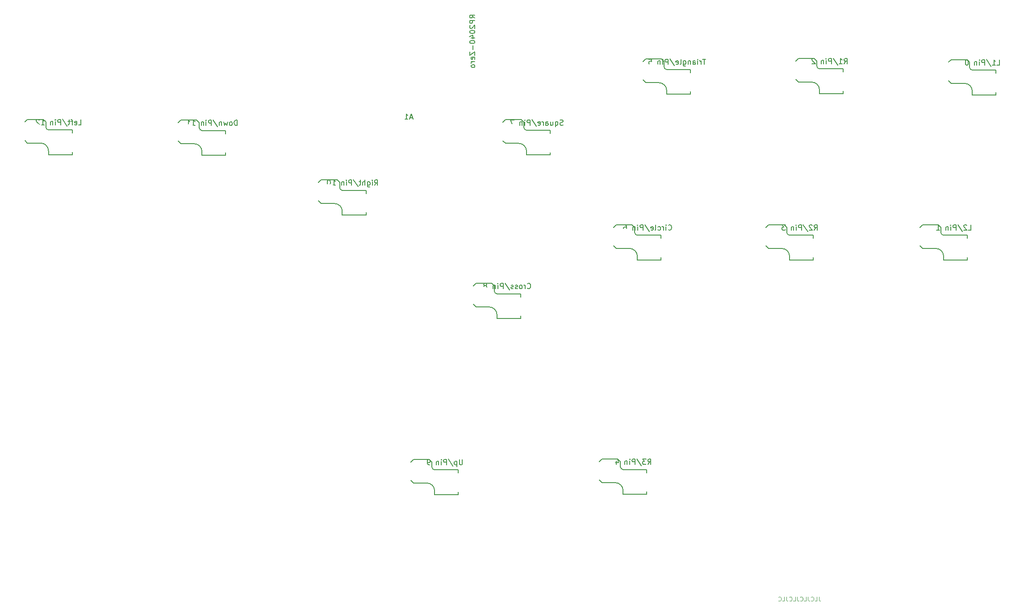
<source format=gbr>
%TF.GenerationSoftware,KiCad,Pcbnew,7.0.6*%
%TF.CreationDate,2024-02-01T15:41:42-05:00*%
%TF.ProjectId,Kolbebox_USB_Passthrough,4b6f6c62-6562-46f7-985f-5553425f5061,rev?*%
%TF.SameCoordinates,Original*%
%TF.FileFunction,Legend,Bot*%
%TF.FilePolarity,Positive*%
%FSLAX46Y46*%
G04 Gerber Fmt 4.6, Leading zero omitted, Abs format (unit mm)*
G04 Created by KiCad (PCBNEW 7.0.6) date 2024-02-01 15:41:42*
%MOMM*%
%LPD*%
G01*
G04 APERTURE LIST*
%ADD10C,0.150000*%
%ADD11C,0.120000*%
%ADD12C,2.000000*%
%ADD13C,3.000000*%
%ADD14C,5.000000*%
%ADD15R,2.600000X2.600000*%
%ADD16C,2.032000*%
%ADD17C,8.000000*%
%ADD18O,2.900000X1.200000*%
G04 APERTURE END LIST*
D10*
X141554819Y-37619047D02*
X141078628Y-37285714D01*
X141554819Y-37047619D02*
X140554819Y-37047619D01*
X140554819Y-37047619D02*
X140554819Y-37428571D01*
X140554819Y-37428571D02*
X140602438Y-37523809D01*
X140602438Y-37523809D02*
X140650057Y-37571428D01*
X140650057Y-37571428D02*
X140745295Y-37619047D01*
X140745295Y-37619047D02*
X140888152Y-37619047D01*
X140888152Y-37619047D02*
X140983390Y-37571428D01*
X140983390Y-37571428D02*
X141031009Y-37523809D01*
X141031009Y-37523809D02*
X141078628Y-37428571D01*
X141078628Y-37428571D02*
X141078628Y-37047619D01*
X141554819Y-38047619D02*
X140554819Y-38047619D01*
X140554819Y-38047619D02*
X140554819Y-38428571D01*
X140554819Y-38428571D02*
X140602438Y-38523809D01*
X140602438Y-38523809D02*
X140650057Y-38571428D01*
X140650057Y-38571428D02*
X140745295Y-38619047D01*
X140745295Y-38619047D02*
X140888152Y-38619047D01*
X140888152Y-38619047D02*
X140983390Y-38571428D01*
X140983390Y-38571428D02*
X141031009Y-38523809D01*
X141031009Y-38523809D02*
X141078628Y-38428571D01*
X141078628Y-38428571D02*
X141078628Y-38047619D01*
X140650057Y-39000000D02*
X140602438Y-39047619D01*
X140602438Y-39047619D02*
X140554819Y-39142857D01*
X140554819Y-39142857D02*
X140554819Y-39380952D01*
X140554819Y-39380952D02*
X140602438Y-39476190D01*
X140602438Y-39476190D02*
X140650057Y-39523809D01*
X140650057Y-39523809D02*
X140745295Y-39571428D01*
X140745295Y-39571428D02*
X140840533Y-39571428D01*
X140840533Y-39571428D02*
X140983390Y-39523809D01*
X140983390Y-39523809D02*
X141554819Y-38952381D01*
X141554819Y-38952381D02*
X141554819Y-39571428D01*
X140554819Y-40190476D02*
X140554819Y-40285714D01*
X140554819Y-40285714D02*
X140602438Y-40380952D01*
X140602438Y-40380952D02*
X140650057Y-40428571D01*
X140650057Y-40428571D02*
X140745295Y-40476190D01*
X140745295Y-40476190D02*
X140935771Y-40523809D01*
X140935771Y-40523809D02*
X141173866Y-40523809D01*
X141173866Y-40523809D02*
X141364342Y-40476190D01*
X141364342Y-40476190D02*
X141459580Y-40428571D01*
X141459580Y-40428571D02*
X141507200Y-40380952D01*
X141507200Y-40380952D02*
X141554819Y-40285714D01*
X141554819Y-40285714D02*
X141554819Y-40190476D01*
X141554819Y-40190476D02*
X141507200Y-40095238D01*
X141507200Y-40095238D02*
X141459580Y-40047619D01*
X141459580Y-40047619D02*
X141364342Y-40000000D01*
X141364342Y-40000000D02*
X141173866Y-39952381D01*
X141173866Y-39952381D02*
X140935771Y-39952381D01*
X140935771Y-39952381D02*
X140745295Y-40000000D01*
X140745295Y-40000000D02*
X140650057Y-40047619D01*
X140650057Y-40047619D02*
X140602438Y-40095238D01*
X140602438Y-40095238D02*
X140554819Y-40190476D01*
X140888152Y-41380952D02*
X141554819Y-41380952D01*
X140507200Y-41142857D02*
X141221485Y-40904762D01*
X141221485Y-40904762D02*
X141221485Y-41523809D01*
X140554819Y-42095238D02*
X140554819Y-42190476D01*
X140554819Y-42190476D02*
X140602438Y-42285714D01*
X140602438Y-42285714D02*
X140650057Y-42333333D01*
X140650057Y-42333333D02*
X140745295Y-42380952D01*
X140745295Y-42380952D02*
X140935771Y-42428571D01*
X140935771Y-42428571D02*
X141173866Y-42428571D01*
X141173866Y-42428571D02*
X141364342Y-42380952D01*
X141364342Y-42380952D02*
X141459580Y-42333333D01*
X141459580Y-42333333D02*
X141507200Y-42285714D01*
X141507200Y-42285714D02*
X141554819Y-42190476D01*
X141554819Y-42190476D02*
X141554819Y-42095238D01*
X141554819Y-42095238D02*
X141507200Y-42000000D01*
X141507200Y-42000000D02*
X141459580Y-41952381D01*
X141459580Y-41952381D02*
X141364342Y-41904762D01*
X141364342Y-41904762D02*
X141173866Y-41857143D01*
X141173866Y-41857143D02*
X140935771Y-41857143D01*
X140935771Y-41857143D02*
X140745295Y-41904762D01*
X140745295Y-41904762D02*
X140650057Y-41952381D01*
X140650057Y-41952381D02*
X140602438Y-42000000D01*
X140602438Y-42000000D02*
X140554819Y-42095238D01*
X141173866Y-42857143D02*
X141173866Y-43619048D01*
X140554819Y-44000000D02*
X140554819Y-44666666D01*
X140554819Y-44666666D02*
X141554819Y-44000000D01*
X141554819Y-44000000D02*
X141554819Y-44666666D01*
X141507200Y-45428571D02*
X141554819Y-45333333D01*
X141554819Y-45333333D02*
X141554819Y-45142857D01*
X141554819Y-45142857D02*
X141507200Y-45047619D01*
X141507200Y-45047619D02*
X141411961Y-45000000D01*
X141411961Y-45000000D02*
X141031009Y-45000000D01*
X141031009Y-45000000D02*
X140935771Y-45047619D01*
X140935771Y-45047619D02*
X140888152Y-45142857D01*
X140888152Y-45142857D02*
X140888152Y-45333333D01*
X140888152Y-45333333D02*
X140935771Y-45428571D01*
X140935771Y-45428571D02*
X141031009Y-45476190D01*
X141031009Y-45476190D02*
X141126247Y-45476190D01*
X141126247Y-45476190D02*
X141221485Y-45000000D01*
X141554819Y-45904762D02*
X140888152Y-45904762D01*
X141078628Y-45904762D02*
X140983390Y-45952381D01*
X140983390Y-45952381D02*
X140935771Y-46000000D01*
X140935771Y-46000000D02*
X140888152Y-46095238D01*
X140888152Y-46095238D02*
X140888152Y-46190476D01*
X141554819Y-46666667D02*
X141507200Y-46571429D01*
X141507200Y-46571429D02*
X141459580Y-46523810D01*
X141459580Y-46523810D02*
X141364342Y-46476191D01*
X141364342Y-46476191D02*
X141078628Y-46476191D01*
X141078628Y-46476191D02*
X140983390Y-46523810D01*
X140983390Y-46523810D02*
X140935771Y-46571429D01*
X140935771Y-46571429D02*
X140888152Y-46666667D01*
X140888152Y-46666667D02*
X140888152Y-46809524D01*
X140888152Y-46809524D02*
X140935771Y-46904762D01*
X140935771Y-46904762D02*
X140983390Y-46952381D01*
X140983390Y-46952381D02*
X141078628Y-47000000D01*
X141078628Y-47000000D02*
X141364342Y-47000000D01*
X141364342Y-47000000D02*
X141459580Y-46952381D01*
X141459580Y-46952381D02*
X141507200Y-46904762D01*
X141507200Y-46904762D02*
X141554819Y-46809524D01*
X141554819Y-46809524D02*
X141554819Y-46666667D01*
D11*
X206775238Y-147473855D02*
X206775238Y-148045283D01*
X206775238Y-148045283D02*
X206813333Y-148159569D01*
X206813333Y-148159569D02*
X206889524Y-148235760D01*
X206889524Y-148235760D02*
X207003809Y-148273855D01*
X207003809Y-148273855D02*
X207080000Y-148273855D01*
X206013333Y-148273855D02*
X206394285Y-148273855D01*
X206394285Y-148273855D02*
X206394285Y-147473855D01*
X205289523Y-148197664D02*
X205327619Y-148235760D01*
X205327619Y-148235760D02*
X205441904Y-148273855D01*
X205441904Y-148273855D02*
X205518095Y-148273855D01*
X205518095Y-148273855D02*
X205632381Y-148235760D01*
X205632381Y-148235760D02*
X205708571Y-148159569D01*
X205708571Y-148159569D02*
X205746666Y-148083379D01*
X205746666Y-148083379D02*
X205784762Y-147930998D01*
X205784762Y-147930998D02*
X205784762Y-147816712D01*
X205784762Y-147816712D02*
X205746666Y-147664331D01*
X205746666Y-147664331D02*
X205708571Y-147588140D01*
X205708571Y-147588140D02*
X205632381Y-147511950D01*
X205632381Y-147511950D02*
X205518095Y-147473855D01*
X205518095Y-147473855D02*
X205441904Y-147473855D01*
X205441904Y-147473855D02*
X205327619Y-147511950D01*
X205327619Y-147511950D02*
X205289523Y-147550045D01*
X204718095Y-147473855D02*
X204718095Y-148045283D01*
X204718095Y-148045283D02*
X204756190Y-148159569D01*
X204756190Y-148159569D02*
X204832381Y-148235760D01*
X204832381Y-148235760D02*
X204946666Y-148273855D01*
X204946666Y-148273855D02*
X205022857Y-148273855D01*
X203956190Y-148273855D02*
X204337142Y-148273855D01*
X204337142Y-148273855D02*
X204337142Y-147473855D01*
X203232380Y-148197664D02*
X203270476Y-148235760D01*
X203270476Y-148235760D02*
X203384761Y-148273855D01*
X203384761Y-148273855D02*
X203460952Y-148273855D01*
X203460952Y-148273855D02*
X203575238Y-148235760D01*
X203575238Y-148235760D02*
X203651428Y-148159569D01*
X203651428Y-148159569D02*
X203689523Y-148083379D01*
X203689523Y-148083379D02*
X203727619Y-147930998D01*
X203727619Y-147930998D02*
X203727619Y-147816712D01*
X203727619Y-147816712D02*
X203689523Y-147664331D01*
X203689523Y-147664331D02*
X203651428Y-147588140D01*
X203651428Y-147588140D02*
X203575238Y-147511950D01*
X203575238Y-147511950D02*
X203460952Y-147473855D01*
X203460952Y-147473855D02*
X203384761Y-147473855D01*
X203384761Y-147473855D02*
X203270476Y-147511950D01*
X203270476Y-147511950D02*
X203232380Y-147550045D01*
X202660952Y-147473855D02*
X202660952Y-148045283D01*
X202660952Y-148045283D02*
X202699047Y-148159569D01*
X202699047Y-148159569D02*
X202775238Y-148235760D01*
X202775238Y-148235760D02*
X202889523Y-148273855D01*
X202889523Y-148273855D02*
X202965714Y-148273855D01*
X201899047Y-148273855D02*
X202279999Y-148273855D01*
X202279999Y-148273855D02*
X202279999Y-147473855D01*
X201175237Y-148197664D02*
X201213333Y-148235760D01*
X201213333Y-148235760D02*
X201327618Y-148273855D01*
X201327618Y-148273855D02*
X201403809Y-148273855D01*
X201403809Y-148273855D02*
X201518095Y-148235760D01*
X201518095Y-148235760D02*
X201594285Y-148159569D01*
X201594285Y-148159569D02*
X201632380Y-148083379D01*
X201632380Y-148083379D02*
X201670476Y-147930998D01*
X201670476Y-147930998D02*
X201670476Y-147816712D01*
X201670476Y-147816712D02*
X201632380Y-147664331D01*
X201632380Y-147664331D02*
X201594285Y-147588140D01*
X201594285Y-147588140D02*
X201518095Y-147511950D01*
X201518095Y-147511950D02*
X201403809Y-147473855D01*
X201403809Y-147473855D02*
X201327618Y-147473855D01*
X201327618Y-147473855D02*
X201213333Y-147511950D01*
X201213333Y-147511950D02*
X201175237Y-147550045D01*
X200603809Y-147473855D02*
X200603809Y-148045283D01*
X200603809Y-148045283D02*
X200641904Y-148159569D01*
X200641904Y-148159569D02*
X200718095Y-148235760D01*
X200718095Y-148235760D02*
X200832380Y-148273855D01*
X200832380Y-148273855D02*
X200908571Y-148273855D01*
X199841904Y-148273855D02*
X200222856Y-148273855D01*
X200222856Y-148273855D02*
X200222856Y-147473855D01*
X199118094Y-148197664D02*
X199156190Y-148235760D01*
X199156190Y-148235760D02*
X199270475Y-148273855D01*
X199270475Y-148273855D02*
X199346666Y-148273855D01*
X199346666Y-148273855D02*
X199460952Y-148235760D01*
X199460952Y-148235760D02*
X199537142Y-148159569D01*
X199537142Y-148159569D02*
X199575237Y-148083379D01*
X199575237Y-148083379D02*
X199613333Y-147930998D01*
X199613333Y-147930998D02*
X199613333Y-147816712D01*
X199613333Y-147816712D02*
X199575237Y-147664331D01*
X199575237Y-147664331D02*
X199537142Y-147588140D01*
X199537142Y-147588140D02*
X199460952Y-147511950D01*
X199460952Y-147511950D02*
X199346666Y-147473855D01*
X199346666Y-147473855D02*
X199270475Y-147473855D01*
X199270475Y-147473855D02*
X199156190Y-147511950D01*
X199156190Y-147511950D02*
X199118094Y-147550045D01*
D10*
X96503094Y-58004819D02*
X96503094Y-57004819D01*
X96503094Y-57004819D02*
X96264999Y-57004819D01*
X96264999Y-57004819D02*
X96122142Y-57052438D01*
X96122142Y-57052438D02*
X96026904Y-57147676D01*
X96026904Y-57147676D02*
X95979285Y-57242914D01*
X95979285Y-57242914D02*
X95931666Y-57433390D01*
X95931666Y-57433390D02*
X95931666Y-57576247D01*
X95931666Y-57576247D02*
X95979285Y-57766723D01*
X95979285Y-57766723D02*
X96026904Y-57861961D01*
X96026904Y-57861961D02*
X96122142Y-57957200D01*
X96122142Y-57957200D02*
X96264999Y-58004819D01*
X96264999Y-58004819D02*
X96503094Y-58004819D01*
X95360237Y-58004819D02*
X95455475Y-57957200D01*
X95455475Y-57957200D02*
X95503094Y-57909580D01*
X95503094Y-57909580D02*
X95550713Y-57814342D01*
X95550713Y-57814342D02*
X95550713Y-57528628D01*
X95550713Y-57528628D02*
X95503094Y-57433390D01*
X95503094Y-57433390D02*
X95455475Y-57385771D01*
X95455475Y-57385771D02*
X95360237Y-57338152D01*
X95360237Y-57338152D02*
X95217380Y-57338152D01*
X95217380Y-57338152D02*
X95122142Y-57385771D01*
X95122142Y-57385771D02*
X95074523Y-57433390D01*
X95074523Y-57433390D02*
X95026904Y-57528628D01*
X95026904Y-57528628D02*
X95026904Y-57814342D01*
X95026904Y-57814342D02*
X95074523Y-57909580D01*
X95074523Y-57909580D02*
X95122142Y-57957200D01*
X95122142Y-57957200D02*
X95217380Y-58004819D01*
X95217380Y-58004819D02*
X95360237Y-58004819D01*
X94693570Y-57338152D02*
X94503094Y-58004819D01*
X94503094Y-58004819D02*
X94312618Y-57528628D01*
X94312618Y-57528628D02*
X94122142Y-58004819D01*
X94122142Y-58004819D02*
X93931666Y-57338152D01*
X93550713Y-57338152D02*
X93550713Y-58004819D01*
X93550713Y-57433390D02*
X93503094Y-57385771D01*
X93503094Y-57385771D02*
X93407856Y-57338152D01*
X93407856Y-57338152D02*
X93264999Y-57338152D01*
X93264999Y-57338152D02*
X93169761Y-57385771D01*
X93169761Y-57385771D02*
X93122142Y-57481009D01*
X93122142Y-57481009D02*
X93122142Y-58004819D01*
X91931666Y-56957200D02*
X92788808Y-58242914D01*
X91598332Y-58004819D02*
X91598332Y-57004819D01*
X91598332Y-57004819D02*
X91217380Y-57004819D01*
X91217380Y-57004819D02*
X91122142Y-57052438D01*
X91122142Y-57052438D02*
X91074523Y-57100057D01*
X91074523Y-57100057D02*
X91026904Y-57195295D01*
X91026904Y-57195295D02*
X91026904Y-57338152D01*
X91026904Y-57338152D02*
X91074523Y-57433390D01*
X91074523Y-57433390D02*
X91122142Y-57481009D01*
X91122142Y-57481009D02*
X91217380Y-57528628D01*
X91217380Y-57528628D02*
X91598332Y-57528628D01*
X90598332Y-58004819D02*
X90598332Y-57338152D01*
X90598332Y-57004819D02*
X90645951Y-57052438D01*
X90645951Y-57052438D02*
X90598332Y-57100057D01*
X90598332Y-57100057D02*
X90550713Y-57052438D01*
X90550713Y-57052438D02*
X90598332Y-57004819D01*
X90598332Y-57004819D02*
X90598332Y-57100057D01*
X90122142Y-57338152D02*
X90122142Y-58004819D01*
X90122142Y-57433390D02*
X90074523Y-57385771D01*
X90074523Y-57385771D02*
X89979285Y-57338152D01*
X89979285Y-57338152D02*
X89836428Y-57338152D01*
X89836428Y-57338152D02*
X89741190Y-57385771D01*
X89741190Y-57385771D02*
X89693571Y-57481009D01*
X89693571Y-57481009D02*
X89693571Y-58004819D01*
X87931666Y-58004819D02*
X88503094Y-58004819D01*
X88217380Y-58004819D02*
X88217380Y-57004819D01*
X88217380Y-57004819D02*
X88312618Y-57147676D01*
X88312618Y-57147676D02*
X88407856Y-57242914D01*
X88407856Y-57242914D02*
X88503094Y-57290533D01*
X86979285Y-58004819D02*
X87550713Y-58004819D01*
X87264999Y-58004819D02*
X87264999Y-57004819D01*
X87264999Y-57004819D02*
X87360237Y-57147676D01*
X87360237Y-57147676D02*
X87455475Y-57242914D01*
X87455475Y-57242914D02*
X87550713Y-57290533D01*
X122531666Y-69354819D02*
X122864999Y-68878628D01*
X123103094Y-69354819D02*
X123103094Y-68354819D01*
X123103094Y-68354819D02*
X122722142Y-68354819D01*
X122722142Y-68354819D02*
X122626904Y-68402438D01*
X122626904Y-68402438D02*
X122579285Y-68450057D01*
X122579285Y-68450057D02*
X122531666Y-68545295D01*
X122531666Y-68545295D02*
X122531666Y-68688152D01*
X122531666Y-68688152D02*
X122579285Y-68783390D01*
X122579285Y-68783390D02*
X122626904Y-68831009D01*
X122626904Y-68831009D02*
X122722142Y-68878628D01*
X122722142Y-68878628D02*
X123103094Y-68878628D01*
X122103094Y-69354819D02*
X122103094Y-68688152D01*
X122103094Y-68354819D02*
X122150713Y-68402438D01*
X122150713Y-68402438D02*
X122103094Y-68450057D01*
X122103094Y-68450057D02*
X122055475Y-68402438D01*
X122055475Y-68402438D02*
X122103094Y-68354819D01*
X122103094Y-68354819D02*
X122103094Y-68450057D01*
X121198333Y-68688152D02*
X121198333Y-69497676D01*
X121198333Y-69497676D02*
X121245952Y-69592914D01*
X121245952Y-69592914D02*
X121293571Y-69640533D01*
X121293571Y-69640533D02*
X121388809Y-69688152D01*
X121388809Y-69688152D02*
X121531666Y-69688152D01*
X121531666Y-69688152D02*
X121626904Y-69640533D01*
X121198333Y-69307200D02*
X121293571Y-69354819D01*
X121293571Y-69354819D02*
X121484047Y-69354819D01*
X121484047Y-69354819D02*
X121579285Y-69307200D01*
X121579285Y-69307200D02*
X121626904Y-69259580D01*
X121626904Y-69259580D02*
X121674523Y-69164342D01*
X121674523Y-69164342D02*
X121674523Y-68878628D01*
X121674523Y-68878628D02*
X121626904Y-68783390D01*
X121626904Y-68783390D02*
X121579285Y-68735771D01*
X121579285Y-68735771D02*
X121484047Y-68688152D01*
X121484047Y-68688152D02*
X121293571Y-68688152D01*
X121293571Y-68688152D02*
X121198333Y-68735771D01*
X120722142Y-69354819D02*
X120722142Y-68354819D01*
X120293571Y-69354819D02*
X120293571Y-68831009D01*
X120293571Y-68831009D02*
X120341190Y-68735771D01*
X120341190Y-68735771D02*
X120436428Y-68688152D01*
X120436428Y-68688152D02*
X120579285Y-68688152D01*
X120579285Y-68688152D02*
X120674523Y-68735771D01*
X120674523Y-68735771D02*
X120722142Y-68783390D01*
X119960237Y-68688152D02*
X119579285Y-68688152D01*
X119817380Y-68354819D02*
X119817380Y-69211961D01*
X119817380Y-69211961D02*
X119769761Y-69307200D01*
X119769761Y-69307200D02*
X119674523Y-69354819D01*
X119674523Y-69354819D02*
X119579285Y-69354819D01*
X118531666Y-68307200D02*
X119388808Y-69592914D01*
X118198332Y-69354819D02*
X118198332Y-68354819D01*
X118198332Y-68354819D02*
X117817380Y-68354819D01*
X117817380Y-68354819D02*
X117722142Y-68402438D01*
X117722142Y-68402438D02*
X117674523Y-68450057D01*
X117674523Y-68450057D02*
X117626904Y-68545295D01*
X117626904Y-68545295D02*
X117626904Y-68688152D01*
X117626904Y-68688152D02*
X117674523Y-68783390D01*
X117674523Y-68783390D02*
X117722142Y-68831009D01*
X117722142Y-68831009D02*
X117817380Y-68878628D01*
X117817380Y-68878628D02*
X118198332Y-68878628D01*
X117198332Y-69354819D02*
X117198332Y-68688152D01*
X117198332Y-68354819D02*
X117245951Y-68402438D01*
X117245951Y-68402438D02*
X117198332Y-68450057D01*
X117198332Y-68450057D02*
X117150713Y-68402438D01*
X117150713Y-68402438D02*
X117198332Y-68354819D01*
X117198332Y-68354819D02*
X117198332Y-68450057D01*
X116722142Y-68688152D02*
X116722142Y-69354819D01*
X116722142Y-68783390D02*
X116674523Y-68735771D01*
X116674523Y-68735771D02*
X116579285Y-68688152D01*
X116579285Y-68688152D02*
X116436428Y-68688152D01*
X116436428Y-68688152D02*
X116341190Y-68735771D01*
X116341190Y-68735771D02*
X116293571Y-68831009D01*
X116293571Y-68831009D02*
X116293571Y-69354819D01*
X114531666Y-69354819D02*
X115103094Y-69354819D01*
X114817380Y-69354819D02*
X114817380Y-68354819D01*
X114817380Y-68354819D02*
X114912618Y-68497676D01*
X114912618Y-68497676D02*
X115007856Y-68592914D01*
X115007856Y-68592914D02*
X115103094Y-68640533D01*
X113912618Y-68354819D02*
X113817380Y-68354819D01*
X113817380Y-68354819D02*
X113722142Y-68402438D01*
X113722142Y-68402438D02*
X113674523Y-68450057D01*
X113674523Y-68450057D02*
X113626904Y-68545295D01*
X113626904Y-68545295D02*
X113579285Y-68735771D01*
X113579285Y-68735771D02*
X113579285Y-68973866D01*
X113579285Y-68973866D02*
X113626904Y-69164342D01*
X113626904Y-69164342D02*
X113674523Y-69259580D01*
X113674523Y-69259580D02*
X113722142Y-69307200D01*
X113722142Y-69307200D02*
X113817380Y-69354819D01*
X113817380Y-69354819D02*
X113912618Y-69354819D01*
X113912618Y-69354819D02*
X114007856Y-69307200D01*
X114007856Y-69307200D02*
X114055475Y-69259580D01*
X114055475Y-69259580D02*
X114103094Y-69164342D01*
X114103094Y-69164342D02*
X114150713Y-68973866D01*
X114150713Y-68973866D02*
X114150713Y-68735771D01*
X114150713Y-68735771D02*
X114103094Y-68545295D01*
X114103094Y-68545295D02*
X114055475Y-68450057D01*
X114055475Y-68450057D02*
X114007856Y-68402438D01*
X114007856Y-68402438D02*
X113912618Y-68354819D01*
X139184523Y-121404819D02*
X139184523Y-122214342D01*
X139184523Y-122214342D02*
X139136904Y-122309580D01*
X139136904Y-122309580D02*
X139089285Y-122357200D01*
X139089285Y-122357200D02*
X138994047Y-122404819D01*
X138994047Y-122404819D02*
X138803571Y-122404819D01*
X138803571Y-122404819D02*
X138708333Y-122357200D01*
X138708333Y-122357200D02*
X138660714Y-122309580D01*
X138660714Y-122309580D02*
X138613095Y-122214342D01*
X138613095Y-122214342D02*
X138613095Y-121404819D01*
X138136904Y-121738152D02*
X138136904Y-122738152D01*
X138136904Y-121785771D02*
X138041666Y-121738152D01*
X138041666Y-121738152D02*
X137851190Y-121738152D01*
X137851190Y-121738152D02*
X137755952Y-121785771D01*
X137755952Y-121785771D02*
X137708333Y-121833390D01*
X137708333Y-121833390D02*
X137660714Y-121928628D01*
X137660714Y-121928628D02*
X137660714Y-122214342D01*
X137660714Y-122214342D02*
X137708333Y-122309580D01*
X137708333Y-122309580D02*
X137755952Y-122357200D01*
X137755952Y-122357200D02*
X137851190Y-122404819D01*
X137851190Y-122404819D02*
X138041666Y-122404819D01*
X138041666Y-122404819D02*
X138136904Y-122357200D01*
X136517857Y-121357200D02*
X137374999Y-122642914D01*
X136184523Y-122404819D02*
X136184523Y-121404819D01*
X136184523Y-121404819D02*
X135803571Y-121404819D01*
X135803571Y-121404819D02*
X135708333Y-121452438D01*
X135708333Y-121452438D02*
X135660714Y-121500057D01*
X135660714Y-121500057D02*
X135613095Y-121595295D01*
X135613095Y-121595295D02*
X135613095Y-121738152D01*
X135613095Y-121738152D02*
X135660714Y-121833390D01*
X135660714Y-121833390D02*
X135708333Y-121881009D01*
X135708333Y-121881009D02*
X135803571Y-121928628D01*
X135803571Y-121928628D02*
X136184523Y-121928628D01*
X135184523Y-122404819D02*
X135184523Y-121738152D01*
X135184523Y-121404819D02*
X135232142Y-121452438D01*
X135232142Y-121452438D02*
X135184523Y-121500057D01*
X135184523Y-121500057D02*
X135136904Y-121452438D01*
X135136904Y-121452438D02*
X135184523Y-121404819D01*
X135184523Y-121404819D02*
X135184523Y-121500057D01*
X134708333Y-121738152D02*
X134708333Y-122404819D01*
X134708333Y-121833390D02*
X134660714Y-121785771D01*
X134660714Y-121785771D02*
X134565476Y-121738152D01*
X134565476Y-121738152D02*
X134422619Y-121738152D01*
X134422619Y-121738152D02*
X134327381Y-121785771D01*
X134327381Y-121785771D02*
X134279762Y-121881009D01*
X134279762Y-121881009D02*
X134279762Y-122404819D01*
X132994047Y-122404819D02*
X132803571Y-122404819D01*
X132803571Y-122404819D02*
X132708333Y-122357200D01*
X132708333Y-122357200D02*
X132660714Y-122309580D01*
X132660714Y-122309580D02*
X132565476Y-122166723D01*
X132565476Y-122166723D02*
X132517857Y-121976247D01*
X132517857Y-121976247D02*
X132517857Y-121595295D01*
X132517857Y-121595295D02*
X132565476Y-121500057D01*
X132565476Y-121500057D02*
X132613095Y-121452438D01*
X132613095Y-121452438D02*
X132708333Y-121404819D01*
X132708333Y-121404819D02*
X132898809Y-121404819D01*
X132898809Y-121404819D02*
X132994047Y-121452438D01*
X132994047Y-121452438D02*
X133041666Y-121500057D01*
X133041666Y-121500057D02*
X133089285Y-121595295D01*
X133089285Y-121595295D02*
X133089285Y-121833390D01*
X133089285Y-121833390D02*
X133041666Y-121928628D01*
X133041666Y-121928628D02*
X132994047Y-121976247D01*
X132994047Y-121976247D02*
X132898809Y-122023866D01*
X132898809Y-122023866D02*
X132708333Y-122023866D01*
X132708333Y-122023866D02*
X132613095Y-121976247D01*
X132613095Y-121976247D02*
X132565476Y-121928628D01*
X132565476Y-121928628D02*
X132517857Y-121833390D01*
X158257380Y-57897200D02*
X158114523Y-57944819D01*
X158114523Y-57944819D02*
X157876428Y-57944819D01*
X157876428Y-57944819D02*
X157781190Y-57897200D01*
X157781190Y-57897200D02*
X157733571Y-57849580D01*
X157733571Y-57849580D02*
X157685952Y-57754342D01*
X157685952Y-57754342D02*
X157685952Y-57659104D01*
X157685952Y-57659104D02*
X157733571Y-57563866D01*
X157733571Y-57563866D02*
X157781190Y-57516247D01*
X157781190Y-57516247D02*
X157876428Y-57468628D01*
X157876428Y-57468628D02*
X158066904Y-57421009D01*
X158066904Y-57421009D02*
X158162142Y-57373390D01*
X158162142Y-57373390D02*
X158209761Y-57325771D01*
X158209761Y-57325771D02*
X158257380Y-57230533D01*
X158257380Y-57230533D02*
X158257380Y-57135295D01*
X158257380Y-57135295D02*
X158209761Y-57040057D01*
X158209761Y-57040057D02*
X158162142Y-56992438D01*
X158162142Y-56992438D02*
X158066904Y-56944819D01*
X158066904Y-56944819D02*
X157828809Y-56944819D01*
X157828809Y-56944819D02*
X157685952Y-56992438D01*
X156828809Y-57278152D02*
X156828809Y-58278152D01*
X156828809Y-57897200D02*
X156924047Y-57944819D01*
X156924047Y-57944819D02*
X157114523Y-57944819D01*
X157114523Y-57944819D02*
X157209761Y-57897200D01*
X157209761Y-57897200D02*
X157257380Y-57849580D01*
X157257380Y-57849580D02*
X157304999Y-57754342D01*
X157304999Y-57754342D02*
X157304999Y-57468628D01*
X157304999Y-57468628D02*
X157257380Y-57373390D01*
X157257380Y-57373390D02*
X157209761Y-57325771D01*
X157209761Y-57325771D02*
X157114523Y-57278152D01*
X157114523Y-57278152D02*
X156924047Y-57278152D01*
X156924047Y-57278152D02*
X156828809Y-57325771D01*
X155924047Y-57278152D02*
X155924047Y-57944819D01*
X156352618Y-57278152D02*
X156352618Y-57801961D01*
X156352618Y-57801961D02*
X156304999Y-57897200D01*
X156304999Y-57897200D02*
X156209761Y-57944819D01*
X156209761Y-57944819D02*
X156066904Y-57944819D01*
X156066904Y-57944819D02*
X155971666Y-57897200D01*
X155971666Y-57897200D02*
X155924047Y-57849580D01*
X155019285Y-57944819D02*
X155019285Y-57421009D01*
X155019285Y-57421009D02*
X155066904Y-57325771D01*
X155066904Y-57325771D02*
X155162142Y-57278152D01*
X155162142Y-57278152D02*
X155352618Y-57278152D01*
X155352618Y-57278152D02*
X155447856Y-57325771D01*
X155019285Y-57897200D02*
X155114523Y-57944819D01*
X155114523Y-57944819D02*
X155352618Y-57944819D01*
X155352618Y-57944819D02*
X155447856Y-57897200D01*
X155447856Y-57897200D02*
X155495475Y-57801961D01*
X155495475Y-57801961D02*
X155495475Y-57706723D01*
X155495475Y-57706723D02*
X155447856Y-57611485D01*
X155447856Y-57611485D02*
X155352618Y-57563866D01*
X155352618Y-57563866D02*
X155114523Y-57563866D01*
X155114523Y-57563866D02*
X155019285Y-57516247D01*
X154543094Y-57944819D02*
X154543094Y-57278152D01*
X154543094Y-57468628D02*
X154495475Y-57373390D01*
X154495475Y-57373390D02*
X154447856Y-57325771D01*
X154447856Y-57325771D02*
X154352618Y-57278152D01*
X154352618Y-57278152D02*
X154257380Y-57278152D01*
X153543094Y-57897200D02*
X153638332Y-57944819D01*
X153638332Y-57944819D02*
X153828808Y-57944819D01*
X153828808Y-57944819D02*
X153924046Y-57897200D01*
X153924046Y-57897200D02*
X153971665Y-57801961D01*
X153971665Y-57801961D02*
X153971665Y-57421009D01*
X153971665Y-57421009D02*
X153924046Y-57325771D01*
X153924046Y-57325771D02*
X153828808Y-57278152D01*
X153828808Y-57278152D02*
X153638332Y-57278152D01*
X153638332Y-57278152D02*
X153543094Y-57325771D01*
X153543094Y-57325771D02*
X153495475Y-57421009D01*
X153495475Y-57421009D02*
X153495475Y-57516247D01*
X153495475Y-57516247D02*
X153971665Y-57611485D01*
X152352618Y-56897200D02*
X153209760Y-58182914D01*
X152019284Y-57944819D02*
X152019284Y-56944819D01*
X152019284Y-56944819D02*
X151638332Y-56944819D01*
X151638332Y-56944819D02*
X151543094Y-56992438D01*
X151543094Y-56992438D02*
X151495475Y-57040057D01*
X151495475Y-57040057D02*
X151447856Y-57135295D01*
X151447856Y-57135295D02*
X151447856Y-57278152D01*
X151447856Y-57278152D02*
X151495475Y-57373390D01*
X151495475Y-57373390D02*
X151543094Y-57421009D01*
X151543094Y-57421009D02*
X151638332Y-57468628D01*
X151638332Y-57468628D02*
X152019284Y-57468628D01*
X151019284Y-57944819D02*
X151019284Y-57278152D01*
X151019284Y-56944819D02*
X151066903Y-56992438D01*
X151066903Y-56992438D02*
X151019284Y-57040057D01*
X151019284Y-57040057D02*
X150971665Y-56992438D01*
X150971665Y-56992438D02*
X151019284Y-56944819D01*
X151019284Y-56944819D02*
X151019284Y-57040057D01*
X150543094Y-57278152D02*
X150543094Y-57944819D01*
X150543094Y-57373390D02*
X150495475Y-57325771D01*
X150495475Y-57325771D02*
X150400237Y-57278152D01*
X150400237Y-57278152D02*
X150257380Y-57278152D01*
X150257380Y-57278152D02*
X150162142Y-57325771D01*
X150162142Y-57325771D02*
X150114523Y-57421009D01*
X150114523Y-57421009D02*
X150114523Y-57944819D01*
X148971665Y-56944819D02*
X148304999Y-56944819D01*
X148304999Y-56944819D02*
X148733570Y-57944819D01*
X185317380Y-45414819D02*
X184745952Y-45414819D01*
X185031666Y-46414819D02*
X185031666Y-45414819D01*
X184412618Y-46414819D02*
X184412618Y-45748152D01*
X184412618Y-45938628D02*
X184364999Y-45843390D01*
X184364999Y-45843390D02*
X184317380Y-45795771D01*
X184317380Y-45795771D02*
X184222142Y-45748152D01*
X184222142Y-45748152D02*
X184126904Y-45748152D01*
X183793570Y-46414819D02*
X183793570Y-45748152D01*
X183793570Y-45414819D02*
X183841189Y-45462438D01*
X183841189Y-45462438D02*
X183793570Y-45510057D01*
X183793570Y-45510057D02*
X183745951Y-45462438D01*
X183745951Y-45462438D02*
X183793570Y-45414819D01*
X183793570Y-45414819D02*
X183793570Y-45510057D01*
X182888809Y-46414819D02*
X182888809Y-45891009D01*
X182888809Y-45891009D02*
X182936428Y-45795771D01*
X182936428Y-45795771D02*
X183031666Y-45748152D01*
X183031666Y-45748152D02*
X183222142Y-45748152D01*
X183222142Y-45748152D02*
X183317380Y-45795771D01*
X182888809Y-46367200D02*
X182984047Y-46414819D01*
X182984047Y-46414819D02*
X183222142Y-46414819D01*
X183222142Y-46414819D02*
X183317380Y-46367200D01*
X183317380Y-46367200D02*
X183364999Y-46271961D01*
X183364999Y-46271961D02*
X183364999Y-46176723D01*
X183364999Y-46176723D02*
X183317380Y-46081485D01*
X183317380Y-46081485D02*
X183222142Y-46033866D01*
X183222142Y-46033866D02*
X182984047Y-46033866D01*
X182984047Y-46033866D02*
X182888809Y-45986247D01*
X182412618Y-45748152D02*
X182412618Y-46414819D01*
X182412618Y-45843390D02*
X182364999Y-45795771D01*
X182364999Y-45795771D02*
X182269761Y-45748152D01*
X182269761Y-45748152D02*
X182126904Y-45748152D01*
X182126904Y-45748152D02*
X182031666Y-45795771D01*
X182031666Y-45795771D02*
X181984047Y-45891009D01*
X181984047Y-45891009D02*
X181984047Y-46414819D01*
X181079285Y-45748152D02*
X181079285Y-46557676D01*
X181079285Y-46557676D02*
X181126904Y-46652914D01*
X181126904Y-46652914D02*
X181174523Y-46700533D01*
X181174523Y-46700533D02*
X181269761Y-46748152D01*
X181269761Y-46748152D02*
X181412618Y-46748152D01*
X181412618Y-46748152D02*
X181507856Y-46700533D01*
X181079285Y-46367200D02*
X181174523Y-46414819D01*
X181174523Y-46414819D02*
X181364999Y-46414819D01*
X181364999Y-46414819D02*
X181460237Y-46367200D01*
X181460237Y-46367200D02*
X181507856Y-46319580D01*
X181507856Y-46319580D02*
X181555475Y-46224342D01*
X181555475Y-46224342D02*
X181555475Y-45938628D01*
X181555475Y-45938628D02*
X181507856Y-45843390D01*
X181507856Y-45843390D02*
X181460237Y-45795771D01*
X181460237Y-45795771D02*
X181364999Y-45748152D01*
X181364999Y-45748152D02*
X181174523Y-45748152D01*
X181174523Y-45748152D02*
X181079285Y-45795771D01*
X180460237Y-46414819D02*
X180555475Y-46367200D01*
X180555475Y-46367200D02*
X180603094Y-46271961D01*
X180603094Y-46271961D02*
X180603094Y-45414819D01*
X179698332Y-46367200D02*
X179793570Y-46414819D01*
X179793570Y-46414819D02*
X179984046Y-46414819D01*
X179984046Y-46414819D02*
X180079284Y-46367200D01*
X180079284Y-46367200D02*
X180126903Y-46271961D01*
X180126903Y-46271961D02*
X180126903Y-45891009D01*
X180126903Y-45891009D02*
X180079284Y-45795771D01*
X180079284Y-45795771D02*
X179984046Y-45748152D01*
X179984046Y-45748152D02*
X179793570Y-45748152D01*
X179793570Y-45748152D02*
X179698332Y-45795771D01*
X179698332Y-45795771D02*
X179650713Y-45891009D01*
X179650713Y-45891009D02*
X179650713Y-45986247D01*
X179650713Y-45986247D02*
X180126903Y-46081485D01*
X178507856Y-45367200D02*
X179364998Y-46652914D01*
X178174522Y-46414819D02*
X178174522Y-45414819D01*
X178174522Y-45414819D02*
X177793570Y-45414819D01*
X177793570Y-45414819D02*
X177698332Y-45462438D01*
X177698332Y-45462438D02*
X177650713Y-45510057D01*
X177650713Y-45510057D02*
X177603094Y-45605295D01*
X177603094Y-45605295D02*
X177603094Y-45748152D01*
X177603094Y-45748152D02*
X177650713Y-45843390D01*
X177650713Y-45843390D02*
X177698332Y-45891009D01*
X177698332Y-45891009D02*
X177793570Y-45938628D01*
X177793570Y-45938628D02*
X178174522Y-45938628D01*
X177174522Y-46414819D02*
X177174522Y-45748152D01*
X177174522Y-45414819D02*
X177222141Y-45462438D01*
X177222141Y-45462438D02*
X177174522Y-45510057D01*
X177174522Y-45510057D02*
X177126903Y-45462438D01*
X177126903Y-45462438D02*
X177174522Y-45414819D01*
X177174522Y-45414819D02*
X177174522Y-45510057D01*
X176698332Y-45748152D02*
X176698332Y-46414819D01*
X176698332Y-45843390D02*
X176650713Y-45795771D01*
X176650713Y-45795771D02*
X176555475Y-45748152D01*
X176555475Y-45748152D02*
X176412618Y-45748152D01*
X176412618Y-45748152D02*
X176317380Y-45795771D01*
X176317380Y-45795771D02*
X176269761Y-45891009D01*
X176269761Y-45891009D02*
X176269761Y-46414819D01*
X174555475Y-45414819D02*
X175031665Y-45414819D01*
X175031665Y-45414819D02*
X175079284Y-45891009D01*
X175079284Y-45891009D02*
X175031665Y-45843390D01*
X175031665Y-45843390D02*
X174936427Y-45795771D01*
X174936427Y-45795771D02*
X174698332Y-45795771D01*
X174698332Y-45795771D02*
X174603094Y-45843390D01*
X174603094Y-45843390D02*
X174555475Y-45891009D01*
X174555475Y-45891009D02*
X174507856Y-45986247D01*
X174507856Y-45986247D02*
X174507856Y-46224342D01*
X174507856Y-46224342D02*
X174555475Y-46319580D01*
X174555475Y-46319580D02*
X174603094Y-46367200D01*
X174603094Y-46367200D02*
X174698332Y-46414819D01*
X174698332Y-46414819D02*
X174936427Y-46414819D01*
X174936427Y-46414819D02*
X175031665Y-46367200D01*
X175031665Y-46367200D02*
X175079284Y-46319580D01*
X211573095Y-46294819D02*
X211906428Y-45818628D01*
X212144523Y-46294819D02*
X212144523Y-45294819D01*
X212144523Y-45294819D02*
X211763571Y-45294819D01*
X211763571Y-45294819D02*
X211668333Y-45342438D01*
X211668333Y-45342438D02*
X211620714Y-45390057D01*
X211620714Y-45390057D02*
X211573095Y-45485295D01*
X211573095Y-45485295D02*
X211573095Y-45628152D01*
X211573095Y-45628152D02*
X211620714Y-45723390D01*
X211620714Y-45723390D02*
X211668333Y-45771009D01*
X211668333Y-45771009D02*
X211763571Y-45818628D01*
X211763571Y-45818628D02*
X212144523Y-45818628D01*
X210620714Y-46294819D02*
X211192142Y-46294819D01*
X210906428Y-46294819D02*
X210906428Y-45294819D01*
X210906428Y-45294819D02*
X211001666Y-45437676D01*
X211001666Y-45437676D02*
X211096904Y-45532914D01*
X211096904Y-45532914D02*
X211192142Y-45580533D01*
X209477857Y-45247200D02*
X210334999Y-46532914D01*
X209144523Y-46294819D02*
X209144523Y-45294819D01*
X209144523Y-45294819D02*
X208763571Y-45294819D01*
X208763571Y-45294819D02*
X208668333Y-45342438D01*
X208668333Y-45342438D02*
X208620714Y-45390057D01*
X208620714Y-45390057D02*
X208573095Y-45485295D01*
X208573095Y-45485295D02*
X208573095Y-45628152D01*
X208573095Y-45628152D02*
X208620714Y-45723390D01*
X208620714Y-45723390D02*
X208668333Y-45771009D01*
X208668333Y-45771009D02*
X208763571Y-45818628D01*
X208763571Y-45818628D02*
X209144523Y-45818628D01*
X208144523Y-46294819D02*
X208144523Y-45628152D01*
X208144523Y-45294819D02*
X208192142Y-45342438D01*
X208192142Y-45342438D02*
X208144523Y-45390057D01*
X208144523Y-45390057D02*
X208096904Y-45342438D01*
X208096904Y-45342438D02*
X208144523Y-45294819D01*
X208144523Y-45294819D02*
X208144523Y-45390057D01*
X207668333Y-45628152D02*
X207668333Y-46294819D01*
X207668333Y-45723390D02*
X207620714Y-45675771D01*
X207620714Y-45675771D02*
X207525476Y-45628152D01*
X207525476Y-45628152D02*
X207382619Y-45628152D01*
X207382619Y-45628152D02*
X207287381Y-45675771D01*
X207287381Y-45675771D02*
X207239762Y-45771009D01*
X207239762Y-45771009D02*
X207239762Y-46294819D01*
X206049285Y-45390057D02*
X206001666Y-45342438D01*
X206001666Y-45342438D02*
X205906428Y-45294819D01*
X205906428Y-45294819D02*
X205668333Y-45294819D01*
X205668333Y-45294819D02*
X205573095Y-45342438D01*
X205573095Y-45342438D02*
X205525476Y-45390057D01*
X205525476Y-45390057D02*
X205477857Y-45485295D01*
X205477857Y-45485295D02*
X205477857Y-45580533D01*
X205477857Y-45580533D02*
X205525476Y-45723390D01*
X205525476Y-45723390D02*
X206096904Y-46294819D01*
X206096904Y-46294819D02*
X205477857Y-46294819D01*
X240543095Y-46534819D02*
X241019285Y-46534819D01*
X241019285Y-46534819D02*
X241019285Y-45534819D01*
X239685952Y-46534819D02*
X240257380Y-46534819D01*
X239971666Y-46534819D02*
X239971666Y-45534819D01*
X239971666Y-45534819D02*
X240066904Y-45677676D01*
X240066904Y-45677676D02*
X240162142Y-45772914D01*
X240162142Y-45772914D02*
X240257380Y-45820533D01*
X238543095Y-45487200D02*
X239400237Y-46772914D01*
X238209761Y-46534819D02*
X238209761Y-45534819D01*
X238209761Y-45534819D02*
X237828809Y-45534819D01*
X237828809Y-45534819D02*
X237733571Y-45582438D01*
X237733571Y-45582438D02*
X237685952Y-45630057D01*
X237685952Y-45630057D02*
X237638333Y-45725295D01*
X237638333Y-45725295D02*
X237638333Y-45868152D01*
X237638333Y-45868152D02*
X237685952Y-45963390D01*
X237685952Y-45963390D02*
X237733571Y-46011009D01*
X237733571Y-46011009D02*
X237828809Y-46058628D01*
X237828809Y-46058628D02*
X238209761Y-46058628D01*
X237209761Y-46534819D02*
X237209761Y-45868152D01*
X237209761Y-45534819D02*
X237257380Y-45582438D01*
X237257380Y-45582438D02*
X237209761Y-45630057D01*
X237209761Y-45630057D02*
X237162142Y-45582438D01*
X237162142Y-45582438D02*
X237209761Y-45534819D01*
X237209761Y-45534819D02*
X237209761Y-45630057D01*
X236733571Y-45868152D02*
X236733571Y-46534819D01*
X236733571Y-45963390D02*
X236685952Y-45915771D01*
X236685952Y-45915771D02*
X236590714Y-45868152D01*
X236590714Y-45868152D02*
X236447857Y-45868152D01*
X236447857Y-45868152D02*
X236352619Y-45915771D01*
X236352619Y-45915771D02*
X236305000Y-46011009D01*
X236305000Y-46011009D02*
X236305000Y-46534819D01*
X234876428Y-45534819D02*
X234781190Y-45534819D01*
X234781190Y-45534819D02*
X234685952Y-45582438D01*
X234685952Y-45582438D02*
X234638333Y-45630057D01*
X234638333Y-45630057D02*
X234590714Y-45725295D01*
X234590714Y-45725295D02*
X234543095Y-45915771D01*
X234543095Y-45915771D02*
X234543095Y-46153866D01*
X234543095Y-46153866D02*
X234590714Y-46344342D01*
X234590714Y-46344342D02*
X234638333Y-46439580D01*
X234638333Y-46439580D02*
X234685952Y-46487200D01*
X234685952Y-46487200D02*
X234781190Y-46534819D01*
X234781190Y-46534819D02*
X234876428Y-46534819D01*
X234876428Y-46534819D02*
X234971666Y-46487200D01*
X234971666Y-46487200D02*
X235019285Y-46439580D01*
X235019285Y-46439580D02*
X235066904Y-46344342D01*
X235066904Y-46344342D02*
X235114523Y-46153866D01*
X235114523Y-46153866D02*
X235114523Y-45915771D01*
X235114523Y-45915771D02*
X235066904Y-45725295D01*
X235066904Y-45725295D02*
X235019285Y-45630057D01*
X235019285Y-45630057D02*
X234971666Y-45582438D01*
X234971666Y-45582438D02*
X234876428Y-45534819D01*
X151528333Y-88889580D02*
X151575952Y-88937200D01*
X151575952Y-88937200D02*
X151718809Y-88984819D01*
X151718809Y-88984819D02*
X151814047Y-88984819D01*
X151814047Y-88984819D02*
X151956904Y-88937200D01*
X151956904Y-88937200D02*
X152052142Y-88841961D01*
X152052142Y-88841961D02*
X152099761Y-88746723D01*
X152099761Y-88746723D02*
X152147380Y-88556247D01*
X152147380Y-88556247D02*
X152147380Y-88413390D01*
X152147380Y-88413390D02*
X152099761Y-88222914D01*
X152099761Y-88222914D02*
X152052142Y-88127676D01*
X152052142Y-88127676D02*
X151956904Y-88032438D01*
X151956904Y-88032438D02*
X151814047Y-87984819D01*
X151814047Y-87984819D02*
X151718809Y-87984819D01*
X151718809Y-87984819D02*
X151575952Y-88032438D01*
X151575952Y-88032438D02*
X151528333Y-88080057D01*
X151099761Y-88984819D02*
X151099761Y-88318152D01*
X151099761Y-88508628D02*
X151052142Y-88413390D01*
X151052142Y-88413390D02*
X151004523Y-88365771D01*
X151004523Y-88365771D02*
X150909285Y-88318152D01*
X150909285Y-88318152D02*
X150814047Y-88318152D01*
X150337856Y-88984819D02*
X150433094Y-88937200D01*
X150433094Y-88937200D02*
X150480713Y-88889580D01*
X150480713Y-88889580D02*
X150528332Y-88794342D01*
X150528332Y-88794342D02*
X150528332Y-88508628D01*
X150528332Y-88508628D02*
X150480713Y-88413390D01*
X150480713Y-88413390D02*
X150433094Y-88365771D01*
X150433094Y-88365771D02*
X150337856Y-88318152D01*
X150337856Y-88318152D02*
X150194999Y-88318152D01*
X150194999Y-88318152D02*
X150099761Y-88365771D01*
X150099761Y-88365771D02*
X150052142Y-88413390D01*
X150052142Y-88413390D02*
X150004523Y-88508628D01*
X150004523Y-88508628D02*
X150004523Y-88794342D01*
X150004523Y-88794342D02*
X150052142Y-88889580D01*
X150052142Y-88889580D02*
X150099761Y-88937200D01*
X150099761Y-88937200D02*
X150194999Y-88984819D01*
X150194999Y-88984819D02*
X150337856Y-88984819D01*
X149623570Y-88937200D02*
X149528332Y-88984819D01*
X149528332Y-88984819D02*
X149337856Y-88984819D01*
X149337856Y-88984819D02*
X149242618Y-88937200D01*
X149242618Y-88937200D02*
X149194999Y-88841961D01*
X149194999Y-88841961D02*
X149194999Y-88794342D01*
X149194999Y-88794342D02*
X149242618Y-88699104D01*
X149242618Y-88699104D02*
X149337856Y-88651485D01*
X149337856Y-88651485D02*
X149480713Y-88651485D01*
X149480713Y-88651485D02*
X149575951Y-88603866D01*
X149575951Y-88603866D02*
X149623570Y-88508628D01*
X149623570Y-88508628D02*
X149623570Y-88461009D01*
X149623570Y-88461009D02*
X149575951Y-88365771D01*
X149575951Y-88365771D02*
X149480713Y-88318152D01*
X149480713Y-88318152D02*
X149337856Y-88318152D01*
X149337856Y-88318152D02*
X149242618Y-88365771D01*
X148814046Y-88937200D02*
X148718808Y-88984819D01*
X148718808Y-88984819D02*
X148528332Y-88984819D01*
X148528332Y-88984819D02*
X148433094Y-88937200D01*
X148433094Y-88937200D02*
X148385475Y-88841961D01*
X148385475Y-88841961D02*
X148385475Y-88794342D01*
X148385475Y-88794342D02*
X148433094Y-88699104D01*
X148433094Y-88699104D02*
X148528332Y-88651485D01*
X148528332Y-88651485D02*
X148671189Y-88651485D01*
X148671189Y-88651485D02*
X148766427Y-88603866D01*
X148766427Y-88603866D02*
X148814046Y-88508628D01*
X148814046Y-88508628D02*
X148814046Y-88461009D01*
X148814046Y-88461009D02*
X148766427Y-88365771D01*
X148766427Y-88365771D02*
X148671189Y-88318152D01*
X148671189Y-88318152D02*
X148528332Y-88318152D01*
X148528332Y-88318152D02*
X148433094Y-88365771D01*
X147242618Y-87937200D02*
X148099760Y-89222914D01*
X146909284Y-88984819D02*
X146909284Y-87984819D01*
X146909284Y-87984819D02*
X146528332Y-87984819D01*
X146528332Y-87984819D02*
X146433094Y-88032438D01*
X146433094Y-88032438D02*
X146385475Y-88080057D01*
X146385475Y-88080057D02*
X146337856Y-88175295D01*
X146337856Y-88175295D02*
X146337856Y-88318152D01*
X146337856Y-88318152D02*
X146385475Y-88413390D01*
X146385475Y-88413390D02*
X146433094Y-88461009D01*
X146433094Y-88461009D02*
X146528332Y-88508628D01*
X146528332Y-88508628D02*
X146909284Y-88508628D01*
X145909284Y-88984819D02*
X145909284Y-88318152D01*
X145909284Y-87984819D02*
X145956903Y-88032438D01*
X145956903Y-88032438D02*
X145909284Y-88080057D01*
X145909284Y-88080057D02*
X145861665Y-88032438D01*
X145861665Y-88032438D02*
X145909284Y-87984819D01*
X145909284Y-87984819D02*
X145909284Y-88080057D01*
X145433094Y-88318152D02*
X145433094Y-88984819D01*
X145433094Y-88413390D02*
X145385475Y-88365771D01*
X145385475Y-88365771D02*
X145290237Y-88318152D01*
X145290237Y-88318152D02*
X145147380Y-88318152D01*
X145147380Y-88318152D02*
X145052142Y-88365771D01*
X145052142Y-88365771D02*
X145004523Y-88461009D01*
X145004523Y-88461009D02*
X145004523Y-88984819D01*
X143623570Y-88413390D02*
X143718808Y-88365771D01*
X143718808Y-88365771D02*
X143766427Y-88318152D01*
X143766427Y-88318152D02*
X143814046Y-88222914D01*
X143814046Y-88222914D02*
X143814046Y-88175295D01*
X143814046Y-88175295D02*
X143766427Y-88080057D01*
X143766427Y-88080057D02*
X143718808Y-88032438D01*
X143718808Y-88032438D02*
X143623570Y-87984819D01*
X143623570Y-87984819D02*
X143433094Y-87984819D01*
X143433094Y-87984819D02*
X143337856Y-88032438D01*
X143337856Y-88032438D02*
X143290237Y-88080057D01*
X143290237Y-88080057D02*
X143242618Y-88175295D01*
X143242618Y-88175295D02*
X143242618Y-88222914D01*
X143242618Y-88222914D02*
X143290237Y-88318152D01*
X143290237Y-88318152D02*
X143337856Y-88365771D01*
X143337856Y-88365771D02*
X143433094Y-88413390D01*
X143433094Y-88413390D02*
X143623570Y-88413390D01*
X143623570Y-88413390D02*
X143718808Y-88461009D01*
X143718808Y-88461009D02*
X143766427Y-88508628D01*
X143766427Y-88508628D02*
X143814046Y-88603866D01*
X143814046Y-88603866D02*
X143814046Y-88794342D01*
X143814046Y-88794342D02*
X143766427Y-88889580D01*
X143766427Y-88889580D02*
X143718808Y-88937200D01*
X143718808Y-88937200D02*
X143623570Y-88984819D01*
X143623570Y-88984819D02*
X143433094Y-88984819D01*
X143433094Y-88984819D02*
X143337856Y-88937200D01*
X143337856Y-88937200D02*
X143290237Y-88889580D01*
X143290237Y-88889580D02*
X143242618Y-88794342D01*
X143242618Y-88794342D02*
X143242618Y-88603866D01*
X143242618Y-88603866D02*
X143290237Y-88508628D01*
X143290237Y-88508628D02*
X143337856Y-88461009D01*
X143337856Y-88461009D02*
X143433094Y-88413390D01*
X178233571Y-77779580D02*
X178281190Y-77827200D01*
X178281190Y-77827200D02*
X178424047Y-77874819D01*
X178424047Y-77874819D02*
X178519285Y-77874819D01*
X178519285Y-77874819D02*
X178662142Y-77827200D01*
X178662142Y-77827200D02*
X178757380Y-77731961D01*
X178757380Y-77731961D02*
X178804999Y-77636723D01*
X178804999Y-77636723D02*
X178852618Y-77446247D01*
X178852618Y-77446247D02*
X178852618Y-77303390D01*
X178852618Y-77303390D02*
X178804999Y-77112914D01*
X178804999Y-77112914D02*
X178757380Y-77017676D01*
X178757380Y-77017676D02*
X178662142Y-76922438D01*
X178662142Y-76922438D02*
X178519285Y-76874819D01*
X178519285Y-76874819D02*
X178424047Y-76874819D01*
X178424047Y-76874819D02*
X178281190Y-76922438D01*
X178281190Y-76922438D02*
X178233571Y-76970057D01*
X177804999Y-77874819D02*
X177804999Y-77208152D01*
X177804999Y-76874819D02*
X177852618Y-76922438D01*
X177852618Y-76922438D02*
X177804999Y-76970057D01*
X177804999Y-76970057D02*
X177757380Y-76922438D01*
X177757380Y-76922438D02*
X177804999Y-76874819D01*
X177804999Y-76874819D02*
X177804999Y-76970057D01*
X177328809Y-77874819D02*
X177328809Y-77208152D01*
X177328809Y-77398628D02*
X177281190Y-77303390D01*
X177281190Y-77303390D02*
X177233571Y-77255771D01*
X177233571Y-77255771D02*
X177138333Y-77208152D01*
X177138333Y-77208152D02*
X177043095Y-77208152D01*
X176281190Y-77827200D02*
X176376428Y-77874819D01*
X176376428Y-77874819D02*
X176566904Y-77874819D01*
X176566904Y-77874819D02*
X176662142Y-77827200D01*
X176662142Y-77827200D02*
X176709761Y-77779580D01*
X176709761Y-77779580D02*
X176757380Y-77684342D01*
X176757380Y-77684342D02*
X176757380Y-77398628D01*
X176757380Y-77398628D02*
X176709761Y-77303390D01*
X176709761Y-77303390D02*
X176662142Y-77255771D01*
X176662142Y-77255771D02*
X176566904Y-77208152D01*
X176566904Y-77208152D02*
X176376428Y-77208152D01*
X176376428Y-77208152D02*
X176281190Y-77255771D01*
X175709761Y-77874819D02*
X175804999Y-77827200D01*
X175804999Y-77827200D02*
X175852618Y-77731961D01*
X175852618Y-77731961D02*
X175852618Y-76874819D01*
X174947856Y-77827200D02*
X175043094Y-77874819D01*
X175043094Y-77874819D02*
X175233570Y-77874819D01*
X175233570Y-77874819D02*
X175328808Y-77827200D01*
X175328808Y-77827200D02*
X175376427Y-77731961D01*
X175376427Y-77731961D02*
X175376427Y-77351009D01*
X175376427Y-77351009D02*
X175328808Y-77255771D01*
X175328808Y-77255771D02*
X175233570Y-77208152D01*
X175233570Y-77208152D02*
X175043094Y-77208152D01*
X175043094Y-77208152D02*
X174947856Y-77255771D01*
X174947856Y-77255771D02*
X174900237Y-77351009D01*
X174900237Y-77351009D02*
X174900237Y-77446247D01*
X174900237Y-77446247D02*
X175376427Y-77541485D01*
X173757380Y-76827200D02*
X174614522Y-78112914D01*
X173424046Y-77874819D02*
X173424046Y-76874819D01*
X173424046Y-76874819D02*
X173043094Y-76874819D01*
X173043094Y-76874819D02*
X172947856Y-76922438D01*
X172947856Y-76922438D02*
X172900237Y-76970057D01*
X172900237Y-76970057D02*
X172852618Y-77065295D01*
X172852618Y-77065295D02*
X172852618Y-77208152D01*
X172852618Y-77208152D02*
X172900237Y-77303390D01*
X172900237Y-77303390D02*
X172947856Y-77351009D01*
X172947856Y-77351009D02*
X173043094Y-77398628D01*
X173043094Y-77398628D02*
X173424046Y-77398628D01*
X172424046Y-77874819D02*
X172424046Y-77208152D01*
X172424046Y-76874819D02*
X172471665Y-76922438D01*
X172471665Y-76922438D02*
X172424046Y-76970057D01*
X172424046Y-76970057D02*
X172376427Y-76922438D01*
X172376427Y-76922438D02*
X172424046Y-76874819D01*
X172424046Y-76874819D02*
X172424046Y-76970057D01*
X171947856Y-77208152D02*
X171947856Y-77874819D01*
X171947856Y-77303390D02*
X171900237Y-77255771D01*
X171900237Y-77255771D02*
X171804999Y-77208152D01*
X171804999Y-77208152D02*
X171662142Y-77208152D01*
X171662142Y-77208152D02*
X171566904Y-77255771D01*
X171566904Y-77255771D02*
X171519285Y-77351009D01*
X171519285Y-77351009D02*
X171519285Y-77874819D01*
X169852618Y-76874819D02*
X170043094Y-76874819D01*
X170043094Y-76874819D02*
X170138332Y-76922438D01*
X170138332Y-76922438D02*
X170185951Y-76970057D01*
X170185951Y-76970057D02*
X170281189Y-77112914D01*
X170281189Y-77112914D02*
X170328808Y-77303390D01*
X170328808Y-77303390D02*
X170328808Y-77684342D01*
X170328808Y-77684342D02*
X170281189Y-77779580D01*
X170281189Y-77779580D02*
X170233570Y-77827200D01*
X170233570Y-77827200D02*
X170138332Y-77874819D01*
X170138332Y-77874819D02*
X169947856Y-77874819D01*
X169947856Y-77874819D02*
X169852618Y-77827200D01*
X169852618Y-77827200D02*
X169804999Y-77779580D01*
X169804999Y-77779580D02*
X169757380Y-77684342D01*
X169757380Y-77684342D02*
X169757380Y-77446247D01*
X169757380Y-77446247D02*
X169804999Y-77351009D01*
X169804999Y-77351009D02*
X169852618Y-77303390D01*
X169852618Y-77303390D02*
X169947856Y-77255771D01*
X169947856Y-77255771D02*
X170138332Y-77255771D01*
X170138332Y-77255771D02*
X170233570Y-77303390D01*
X170233570Y-77303390D02*
X170281189Y-77351009D01*
X170281189Y-77351009D02*
X170328808Y-77446247D01*
X205893095Y-77874819D02*
X206226428Y-77398628D01*
X206464523Y-77874819D02*
X206464523Y-76874819D01*
X206464523Y-76874819D02*
X206083571Y-76874819D01*
X206083571Y-76874819D02*
X205988333Y-76922438D01*
X205988333Y-76922438D02*
X205940714Y-76970057D01*
X205940714Y-76970057D02*
X205893095Y-77065295D01*
X205893095Y-77065295D02*
X205893095Y-77208152D01*
X205893095Y-77208152D02*
X205940714Y-77303390D01*
X205940714Y-77303390D02*
X205988333Y-77351009D01*
X205988333Y-77351009D02*
X206083571Y-77398628D01*
X206083571Y-77398628D02*
X206464523Y-77398628D01*
X205512142Y-76970057D02*
X205464523Y-76922438D01*
X205464523Y-76922438D02*
X205369285Y-76874819D01*
X205369285Y-76874819D02*
X205131190Y-76874819D01*
X205131190Y-76874819D02*
X205035952Y-76922438D01*
X205035952Y-76922438D02*
X204988333Y-76970057D01*
X204988333Y-76970057D02*
X204940714Y-77065295D01*
X204940714Y-77065295D02*
X204940714Y-77160533D01*
X204940714Y-77160533D02*
X204988333Y-77303390D01*
X204988333Y-77303390D02*
X205559761Y-77874819D01*
X205559761Y-77874819D02*
X204940714Y-77874819D01*
X203797857Y-76827200D02*
X204654999Y-78112914D01*
X203464523Y-77874819D02*
X203464523Y-76874819D01*
X203464523Y-76874819D02*
X203083571Y-76874819D01*
X203083571Y-76874819D02*
X202988333Y-76922438D01*
X202988333Y-76922438D02*
X202940714Y-76970057D01*
X202940714Y-76970057D02*
X202893095Y-77065295D01*
X202893095Y-77065295D02*
X202893095Y-77208152D01*
X202893095Y-77208152D02*
X202940714Y-77303390D01*
X202940714Y-77303390D02*
X202988333Y-77351009D01*
X202988333Y-77351009D02*
X203083571Y-77398628D01*
X203083571Y-77398628D02*
X203464523Y-77398628D01*
X202464523Y-77874819D02*
X202464523Y-77208152D01*
X202464523Y-76874819D02*
X202512142Y-76922438D01*
X202512142Y-76922438D02*
X202464523Y-76970057D01*
X202464523Y-76970057D02*
X202416904Y-76922438D01*
X202416904Y-76922438D02*
X202464523Y-76874819D01*
X202464523Y-76874819D02*
X202464523Y-76970057D01*
X201988333Y-77208152D02*
X201988333Y-77874819D01*
X201988333Y-77303390D02*
X201940714Y-77255771D01*
X201940714Y-77255771D02*
X201845476Y-77208152D01*
X201845476Y-77208152D02*
X201702619Y-77208152D01*
X201702619Y-77208152D02*
X201607381Y-77255771D01*
X201607381Y-77255771D02*
X201559762Y-77351009D01*
X201559762Y-77351009D02*
X201559762Y-77874819D01*
X200416904Y-76874819D02*
X199797857Y-76874819D01*
X199797857Y-76874819D02*
X200131190Y-77255771D01*
X200131190Y-77255771D02*
X199988333Y-77255771D01*
X199988333Y-77255771D02*
X199893095Y-77303390D01*
X199893095Y-77303390D02*
X199845476Y-77351009D01*
X199845476Y-77351009D02*
X199797857Y-77446247D01*
X199797857Y-77446247D02*
X199797857Y-77684342D01*
X199797857Y-77684342D02*
X199845476Y-77779580D01*
X199845476Y-77779580D02*
X199893095Y-77827200D01*
X199893095Y-77827200D02*
X199988333Y-77874819D01*
X199988333Y-77874819D02*
X200274047Y-77874819D01*
X200274047Y-77874819D02*
X200369285Y-77827200D01*
X200369285Y-77827200D02*
X200416904Y-77779580D01*
X235103095Y-77874819D02*
X235579285Y-77874819D01*
X235579285Y-77874819D02*
X235579285Y-76874819D01*
X234817380Y-76970057D02*
X234769761Y-76922438D01*
X234769761Y-76922438D02*
X234674523Y-76874819D01*
X234674523Y-76874819D02*
X234436428Y-76874819D01*
X234436428Y-76874819D02*
X234341190Y-76922438D01*
X234341190Y-76922438D02*
X234293571Y-76970057D01*
X234293571Y-76970057D02*
X234245952Y-77065295D01*
X234245952Y-77065295D02*
X234245952Y-77160533D01*
X234245952Y-77160533D02*
X234293571Y-77303390D01*
X234293571Y-77303390D02*
X234864999Y-77874819D01*
X234864999Y-77874819D02*
X234245952Y-77874819D01*
X233103095Y-76827200D02*
X233960237Y-78112914D01*
X232769761Y-77874819D02*
X232769761Y-76874819D01*
X232769761Y-76874819D02*
X232388809Y-76874819D01*
X232388809Y-76874819D02*
X232293571Y-76922438D01*
X232293571Y-76922438D02*
X232245952Y-76970057D01*
X232245952Y-76970057D02*
X232198333Y-77065295D01*
X232198333Y-77065295D02*
X232198333Y-77208152D01*
X232198333Y-77208152D02*
X232245952Y-77303390D01*
X232245952Y-77303390D02*
X232293571Y-77351009D01*
X232293571Y-77351009D02*
X232388809Y-77398628D01*
X232388809Y-77398628D02*
X232769761Y-77398628D01*
X231769761Y-77874819D02*
X231769761Y-77208152D01*
X231769761Y-76874819D02*
X231817380Y-76922438D01*
X231817380Y-76922438D02*
X231769761Y-76970057D01*
X231769761Y-76970057D02*
X231722142Y-76922438D01*
X231722142Y-76922438D02*
X231769761Y-76874819D01*
X231769761Y-76874819D02*
X231769761Y-76970057D01*
X231293571Y-77208152D02*
X231293571Y-77874819D01*
X231293571Y-77303390D02*
X231245952Y-77255771D01*
X231245952Y-77255771D02*
X231150714Y-77208152D01*
X231150714Y-77208152D02*
X231007857Y-77208152D01*
X231007857Y-77208152D02*
X230912619Y-77255771D01*
X230912619Y-77255771D02*
X230865000Y-77351009D01*
X230865000Y-77351009D02*
X230865000Y-77874819D01*
X229103095Y-77874819D02*
X229674523Y-77874819D01*
X229388809Y-77874819D02*
X229388809Y-76874819D01*
X229388809Y-76874819D02*
X229484047Y-77017676D01*
X229484047Y-77017676D02*
X229579285Y-77112914D01*
X229579285Y-77112914D02*
X229674523Y-77160533D01*
X66408095Y-57884819D02*
X66884285Y-57884819D01*
X66884285Y-57884819D02*
X66884285Y-56884819D01*
X65693809Y-57837200D02*
X65789047Y-57884819D01*
X65789047Y-57884819D02*
X65979523Y-57884819D01*
X65979523Y-57884819D02*
X66074761Y-57837200D01*
X66074761Y-57837200D02*
X66122380Y-57741961D01*
X66122380Y-57741961D02*
X66122380Y-57361009D01*
X66122380Y-57361009D02*
X66074761Y-57265771D01*
X66074761Y-57265771D02*
X65979523Y-57218152D01*
X65979523Y-57218152D02*
X65789047Y-57218152D01*
X65789047Y-57218152D02*
X65693809Y-57265771D01*
X65693809Y-57265771D02*
X65646190Y-57361009D01*
X65646190Y-57361009D02*
X65646190Y-57456247D01*
X65646190Y-57456247D02*
X66122380Y-57551485D01*
X65360475Y-57218152D02*
X64979523Y-57218152D01*
X65217618Y-57884819D02*
X65217618Y-57027676D01*
X65217618Y-57027676D02*
X65169999Y-56932438D01*
X65169999Y-56932438D02*
X65074761Y-56884819D01*
X65074761Y-56884819D02*
X64979523Y-56884819D01*
X64789046Y-57218152D02*
X64408094Y-57218152D01*
X64646189Y-56884819D02*
X64646189Y-57741961D01*
X64646189Y-57741961D02*
X64598570Y-57837200D01*
X64598570Y-57837200D02*
X64503332Y-57884819D01*
X64503332Y-57884819D02*
X64408094Y-57884819D01*
X63360475Y-56837200D02*
X64217617Y-58122914D01*
X63027141Y-57884819D02*
X63027141Y-56884819D01*
X63027141Y-56884819D02*
X62646189Y-56884819D01*
X62646189Y-56884819D02*
X62550951Y-56932438D01*
X62550951Y-56932438D02*
X62503332Y-56980057D01*
X62503332Y-56980057D02*
X62455713Y-57075295D01*
X62455713Y-57075295D02*
X62455713Y-57218152D01*
X62455713Y-57218152D02*
X62503332Y-57313390D01*
X62503332Y-57313390D02*
X62550951Y-57361009D01*
X62550951Y-57361009D02*
X62646189Y-57408628D01*
X62646189Y-57408628D02*
X63027141Y-57408628D01*
X62027141Y-57884819D02*
X62027141Y-57218152D01*
X62027141Y-56884819D02*
X62074760Y-56932438D01*
X62074760Y-56932438D02*
X62027141Y-56980057D01*
X62027141Y-56980057D02*
X61979522Y-56932438D01*
X61979522Y-56932438D02*
X62027141Y-56884819D01*
X62027141Y-56884819D02*
X62027141Y-56980057D01*
X61550951Y-57218152D02*
X61550951Y-57884819D01*
X61550951Y-57313390D02*
X61503332Y-57265771D01*
X61503332Y-57265771D02*
X61408094Y-57218152D01*
X61408094Y-57218152D02*
X61265237Y-57218152D01*
X61265237Y-57218152D02*
X61169999Y-57265771D01*
X61169999Y-57265771D02*
X61122380Y-57361009D01*
X61122380Y-57361009D02*
X61122380Y-57884819D01*
X59360475Y-57884819D02*
X59931903Y-57884819D01*
X59646189Y-57884819D02*
X59646189Y-56884819D01*
X59646189Y-56884819D02*
X59741427Y-57027676D01*
X59741427Y-57027676D02*
X59836665Y-57122914D01*
X59836665Y-57122914D02*
X59931903Y-57170533D01*
X58979522Y-56980057D02*
X58931903Y-56932438D01*
X58931903Y-56932438D02*
X58836665Y-56884819D01*
X58836665Y-56884819D02*
X58598570Y-56884819D01*
X58598570Y-56884819D02*
X58503332Y-56932438D01*
X58503332Y-56932438D02*
X58455713Y-56980057D01*
X58455713Y-56980057D02*
X58408094Y-57075295D01*
X58408094Y-57075295D02*
X58408094Y-57170533D01*
X58408094Y-57170533D02*
X58455713Y-57313390D01*
X58455713Y-57313390D02*
X59027141Y-57884819D01*
X59027141Y-57884819D02*
X58408094Y-57884819D01*
X129714285Y-56519104D02*
X129238095Y-56519104D01*
X129809523Y-56804819D02*
X129476190Y-55804819D01*
X129476190Y-55804819D02*
X129142857Y-56804819D01*
X128285714Y-56804819D02*
X128857142Y-56804819D01*
X128571428Y-56804819D02*
X128571428Y-55804819D01*
X128571428Y-55804819D02*
X128666666Y-55947676D01*
X128666666Y-55947676D02*
X128761904Y-56042914D01*
X128761904Y-56042914D02*
X128857142Y-56090533D01*
X174344649Y-122340737D02*
X174677982Y-121864546D01*
X174916077Y-122340737D02*
X174916077Y-121340737D01*
X174916077Y-121340737D02*
X174535125Y-121340737D01*
X174535125Y-121340737D02*
X174439887Y-121388356D01*
X174439887Y-121388356D02*
X174392268Y-121435975D01*
X174392268Y-121435975D02*
X174344649Y-121531213D01*
X174344649Y-121531213D02*
X174344649Y-121674070D01*
X174344649Y-121674070D02*
X174392268Y-121769308D01*
X174392268Y-121769308D02*
X174439887Y-121816927D01*
X174439887Y-121816927D02*
X174535125Y-121864546D01*
X174535125Y-121864546D02*
X174916077Y-121864546D01*
X174011315Y-121340737D02*
X173392268Y-121340737D01*
X173392268Y-121340737D02*
X173725601Y-121721689D01*
X173725601Y-121721689D02*
X173582744Y-121721689D01*
X173582744Y-121721689D02*
X173487506Y-121769308D01*
X173487506Y-121769308D02*
X173439887Y-121816927D01*
X173439887Y-121816927D02*
X173392268Y-121912165D01*
X173392268Y-121912165D02*
X173392268Y-122150260D01*
X173392268Y-122150260D02*
X173439887Y-122245498D01*
X173439887Y-122245498D02*
X173487506Y-122293118D01*
X173487506Y-122293118D02*
X173582744Y-122340737D01*
X173582744Y-122340737D02*
X173868458Y-122340737D01*
X173868458Y-122340737D02*
X173963696Y-122293118D01*
X173963696Y-122293118D02*
X174011315Y-122245498D01*
X172249411Y-121293118D02*
X173106553Y-122578832D01*
X171916077Y-122340737D02*
X171916077Y-121340737D01*
X171916077Y-121340737D02*
X171535125Y-121340737D01*
X171535125Y-121340737D02*
X171439887Y-121388356D01*
X171439887Y-121388356D02*
X171392268Y-121435975D01*
X171392268Y-121435975D02*
X171344649Y-121531213D01*
X171344649Y-121531213D02*
X171344649Y-121674070D01*
X171344649Y-121674070D02*
X171392268Y-121769308D01*
X171392268Y-121769308D02*
X171439887Y-121816927D01*
X171439887Y-121816927D02*
X171535125Y-121864546D01*
X171535125Y-121864546D02*
X171916077Y-121864546D01*
X170916077Y-122340737D02*
X170916077Y-121674070D01*
X170916077Y-121340737D02*
X170963696Y-121388356D01*
X170963696Y-121388356D02*
X170916077Y-121435975D01*
X170916077Y-121435975D02*
X170868458Y-121388356D01*
X170868458Y-121388356D02*
X170916077Y-121340737D01*
X170916077Y-121340737D02*
X170916077Y-121435975D01*
X170439887Y-121674070D02*
X170439887Y-122340737D01*
X170439887Y-121769308D02*
X170392268Y-121721689D01*
X170392268Y-121721689D02*
X170297030Y-121674070D01*
X170297030Y-121674070D02*
X170154173Y-121674070D01*
X170154173Y-121674070D02*
X170058935Y-121721689D01*
X170058935Y-121721689D02*
X170011316Y-121816927D01*
X170011316Y-121816927D02*
X170011316Y-122340737D01*
X168344649Y-121674070D02*
X168344649Y-122340737D01*
X168582744Y-121293118D02*
X168820839Y-122007403D01*
X168820839Y-122007403D02*
X168201792Y-122007403D01*
%TO.C,Down/Pin 11*%
X85320000Y-57470000D02*
X85820000Y-56970000D01*
X85320000Y-60970000D02*
X85820000Y-61470000D01*
X85820000Y-56970000D02*
X88820000Y-56970000D01*
X85820000Y-61470000D02*
X88320000Y-61470000D01*
X88820000Y-56970000D02*
X89320000Y-57470000D01*
X89320000Y-58470000D02*
X89320000Y-57470000D01*
X89820000Y-62970000D02*
X89820000Y-63670000D01*
X89820000Y-63670000D02*
X94320000Y-63670000D01*
X94320000Y-58970000D02*
X89820000Y-58970000D01*
X94320000Y-59570000D02*
X94320000Y-58970000D01*
X94320000Y-63670000D02*
X94320000Y-63170000D01*
X89820000Y-62970000D02*
G75*
G03*
X88320000Y-61470000I-1500000J0D01*
G01*
X89320000Y-58470000D02*
G75*
G03*
X89820000Y-58970000I500000J0D01*
G01*
%TO.C,Right/Pin 10*%
X111920000Y-68820000D02*
X112420000Y-68320000D01*
X111920000Y-72320000D02*
X112420000Y-72820000D01*
X112420000Y-68320000D02*
X115420000Y-68320000D01*
X112420000Y-72820000D02*
X114920000Y-72820000D01*
X115420000Y-68320000D02*
X115920000Y-68820000D01*
X115920000Y-69820000D02*
X115920000Y-68820000D01*
X116420000Y-74320000D02*
X116420000Y-75020000D01*
X116420000Y-75020000D02*
X120920000Y-75020000D01*
X120920000Y-70320000D02*
X116420000Y-70320000D01*
X120920000Y-70920000D02*
X120920000Y-70320000D01*
X120920000Y-75020000D02*
X120920000Y-74520000D01*
X116420000Y-74320000D02*
G75*
G03*
X114920000Y-72820000I-1500000J0D01*
G01*
X115920000Y-69820000D02*
G75*
G03*
X116420000Y-70320000I500000J0D01*
G01*
%TO.C,Up/Pin 9*%
X129430000Y-121870000D02*
X129930000Y-121370000D01*
X129430000Y-125370000D02*
X129930000Y-125870000D01*
X129930000Y-121370000D02*
X132930000Y-121370000D01*
X129930000Y-125870000D02*
X132430000Y-125870000D01*
X132930000Y-121370000D02*
X133430000Y-121870000D01*
X133430000Y-122870000D02*
X133430000Y-121870000D01*
X133930000Y-127370000D02*
X133930000Y-128070000D01*
X133930000Y-128070000D02*
X138430000Y-128070000D01*
X138430000Y-123370000D02*
X133930000Y-123370000D01*
X138430000Y-123970000D02*
X138430000Y-123370000D01*
X138430000Y-128070000D02*
X138430000Y-127570000D01*
X133930000Y-127370000D02*
G75*
G03*
X132430000Y-125870000I-1500000J0D01*
G01*
X133430000Y-122870000D02*
G75*
G03*
X133930000Y-123370000I500000J0D01*
G01*
%TO.C,Square/Pin 7*%
X146860000Y-57410000D02*
X147360000Y-56910000D01*
X146860000Y-60910000D02*
X147360000Y-61410000D01*
X147360000Y-56910000D02*
X150360000Y-56910000D01*
X147360000Y-61410000D02*
X149860000Y-61410000D01*
X150360000Y-56910000D02*
X150860000Y-57410000D01*
X150860000Y-58410000D02*
X150860000Y-57410000D01*
X151360000Y-62910000D02*
X151360000Y-63610000D01*
X151360000Y-63610000D02*
X155860000Y-63610000D01*
X155860000Y-58910000D02*
X151360000Y-58910000D01*
X155860000Y-59510000D02*
X155860000Y-58910000D01*
X155860000Y-63610000D02*
X155860000Y-63110000D01*
X151360000Y-62910000D02*
G75*
G03*
X149860000Y-61410000I-1500000J0D01*
G01*
X150860000Y-58410000D02*
G75*
G03*
X151360000Y-58910000I500000J0D01*
G01*
%TO.C,Triangle/Pin 5*%
X173420000Y-45880000D02*
X173920000Y-45380000D01*
X173420000Y-49380000D02*
X173920000Y-49880000D01*
X173920000Y-45380000D02*
X176920000Y-45380000D01*
X173920000Y-49880000D02*
X176420000Y-49880000D01*
X176920000Y-45380000D02*
X177420000Y-45880000D01*
X177420000Y-46880000D02*
X177420000Y-45880000D01*
X177920000Y-51380000D02*
X177920000Y-52080000D01*
X177920000Y-52080000D02*
X182420000Y-52080000D01*
X182420000Y-47380000D02*
X177920000Y-47380000D01*
X182420000Y-47980000D02*
X182420000Y-47380000D01*
X182420000Y-52080000D02*
X182420000Y-51580000D01*
X177920000Y-51380000D02*
G75*
G03*
X176420000Y-49880000I-1500000J0D01*
G01*
X177420000Y-46880000D02*
G75*
G03*
X177920000Y-47380000I500000J0D01*
G01*
%TO.C,R1/Pin 2*%
X202390000Y-45760000D02*
X202890000Y-45260000D01*
X202390000Y-49260000D02*
X202890000Y-49760000D01*
X202890000Y-45260000D02*
X205890000Y-45260000D01*
X202890000Y-49760000D02*
X205390000Y-49760000D01*
X205890000Y-45260000D02*
X206390000Y-45760000D01*
X206390000Y-46760000D02*
X206390000Y-45760000D01*
X206890000Y-51260000D02*
X206890000Y-51960000D01*
X206890000Y-51960000D02*
X211390000Y-51960000D01*
X211390000Y-47260000D02*
X206890000Y-47260000D01*
X211390000Y-47860000D02*
X211390000Y-47260000D01*
X211390000Y-51960000D02*
X211390000Y-51460000D01*
X206890000Y-51260000D02*
G75*
G03*
X205390000Y-49760000I-1500000J0D01*
G01*
X206390000Y-46760000D02*
G75*
G03*
X206890000Y-47260000I500000J0D01*
G01*
%TO.C,L1/Pin 0*%
X231360000Y-46000000D02*
X231860000Y-45500000D01*
X231360000Y-49500000D02*
X231860000Y-50000000D01*
X231860000Y-45500000D02*
X234860000Y-45500000D01*
X231860000Y-50000000D02*
X234360000Y-50000000D01*
X234860000Y-45500000D02*
X235360000Y-46000000D01*
X235360000Y-47000000D02*
X235360000Y-46000000D01*
X235860000Y-51500000D02*
X235860000Y-52200000D01*
X235860000Y-52200000D02*
X240360000Y-52200000D01*
X240360000Y-47500000D02*
X235860000Y-47500000D01*
X240360000Y-48100000D02*
X240360000Y-47500000D01*
X240360000Y-52200000D02*
X240360000Y-51700000D01*
X235860000Y-51500000D02*
G75*
G03*
X234360000Y-50000000I-1500000J0D01*
G01*
X235360000Y-47000000D02*
G75*
G03*
X235860000Y-47500000I500000J0D01*
G01*
%TO.C,Cross/Pin 8*%
X141250000Y-88450000D02*
X141750000Y-87950000D01*
X141250000Y-91950000D02*
X141750000Y-92450000D01*
X141750000Y-87950000D02*
X144750000Y-87950000D01*
X141750000Y-92450000D02*
X144250000Y-92450000D01*
X144750000Y-87950000D02*
X145250000Y-88450000D01*
X145250000Y-89450000D02*
X145250000Y-88450000D01*
X145750000Y-93950000D02*
X145750000Y-94650000D01*
X145750000Y-94650000D02*
X150250000Y-94650000D01*
X150250000Y-89950000D02*
X145750000Y-89950000D01*
X150250000Y-90550000D02*
X150250000Y-89950000D01*
X150250000Y-94650000D02*
X150250000Y-94150000D01*
X145750000Y-93950000D02*
G75*
G03*
X144250000Y-92450000I-1500000J0D01*
G01*
X145250000Y-89450000D02*
G75*
G03*
X145750000Y-89950000I500000J0D01*
G01*
%TO.C,Circle/Pin 6*%
X167860000Y-77340000D02*
X168360000Y-76840000D01*
X167860000Y-80840000D02*
X168360000Y-81340000D01*
X168360000Y-76840000D02*
X171360000Y-76840000D01*
X168360000Y-81340000D02*
X170860000Y-81340000D01*
X171360000Y-76840000D02*
X171860000Y-77340000D01*
X171860000Y-78340000D02*
X171860000Y-77340000D01*
X172360000Y-82840000D02*
X172360000Y-83540000D01*
X172360000Y-83540000D02*
X176860000Y-83540000D01*
X176860000Y-78840000D02*
X172360000Y-78840000D01*
X176860000Y-79440000D02*
X176860000Y-78840000D01*
X176860000Y-83540000D02*
X176860000Y-83040000D01*
X172360000Y-82840000D02*
G75*
G03*
X170860000Y-81340000I-1500000J0D01*
G01*
X171860000Y-78340000D02*
G75*
G03*
X172360000Y-78840000I500000J0D01*
G01*
%TO.C,R2/Pin 3*%
X196710000Y-77340000D02*
X197210000Y-76840000D01*
X196710000Y-80840000D02*
X197210000Y-81340000D01*
X197210000Y-76840000D02*
X200210000Y-76840000D01*
X197210000Y-81340000D02*
X199710000Y-81340000D01*
X200210000Y-76840000D02*
X200710000Y-77340000D01*
X200710000Y-78340000D02*
X200710000Y-77340000D01*
X201210000Y-82840000D02*
X201210000Y-83540000D01*
X201210000Y-83540000D02*
X205710000Y-83540000D01*
X205710000Y-78840000D02*
X201210000Y-78840000D01*
X205710000Y-79440000D02*
X205710000Y-78840000D01*
X205710000Y-83540000D02*
X205710000Y-83040000D01*
X201210000Y-82840000D02*
G75*
G03*
X199710000Y-81340000I-1500000J0D01*
G01*
X200710000Y-78340000D02*
G75*
G03*
X201210000Y-78840000I500000J0D01*
G01*
%TO.C,L2/Pin 1*%
X225920000Y-77340000D02*
X226420000Y-76840000D01*
X225920000Y-80840000D02*
X226420000Y-81340000D01*
X226420000Y-76840000D02*
X229420000Y-76840000D01*
X226420000Y-81340000D02*
X228920000Y-81340000D01*
X229420000Y-76840000D02*
X229920000Y-77340000D01*
X229920000Y-78340000D02*
X229920000Y-77340000D01*
X230420000Y-82840000D02*
X230420000Y-83540000D01*
X230420000Y-83540000D02*
X234920000Y-83540000D01*
X234920000Y-78840000D02*
X230420000Y-78840000D01*
X234920000Y-79440000D02*
X234920000Y-78840000D01*
X234920000Y-83540000D02*
X234920000Y-83040000D01*
X230420000Y-82840000D02*
G75*
G03*
X228920000Y-81340000I-1500000J0D01*
G01*
X229920000Y-78340000D02*
G75*
G03*
X230420000Y-78840000I500000J0D01*
G01*
%TO.C,Left/Pin 12*%
X56225000Y-57350000D02*
X56725000Y-56850000D01*
X56225000Y-60850000D02*
X56725000Y-61350000D01*
X56725000Y-56850000D02*
X59725000Y-56850000D01*
X56725000Y-61350000D02*
X59225000Y-61350000D01*
X59725000Y-56850000D02*
X60225000Y-57350000D01*
X60225000Y-58350000D02*
X60225000Y-57350000D01*
X60725000Y-62850000D02*
X60725000Y-63550000D01*
X60725000Y-63550000D02*
X65225000Y-63550000D01*
X65225000Y-58850000D02*
X60725000Y-58850000D01*
X65225000Y-59450000D02*
X65225000Y-58850000D01*
X65225000Y-63550000D02*
X65225000Y-63050000D01*
X60725000Y-62850000D02*
G75*
G03*
X59225000Y-61350000I-1500000J0D01*
G01*
X60225000Y-58350000D02*
G75*
G03*
X60725000Y-58850000I500000J0D01*
G01*
%TO.C,R3/Pin 4*%
X165161554Y-121805918D02*
X165661554Y-121305918D01*
X165161554Y-125305918D02*
X165661554Y-125805918D01*
X165661554Y-121305918D02*
X168661554Y-121305918D01*
X165661554Y-125805918D02*
X168161554Y-125805918D01*
X168661554Y-121305918D02*
X169161554Y-121805918D01*
X169161554Y-122805918D02*
X169161554Y-121805918D01*
X169661554Y-127305918D02*
X169661554Y-128005918D01*
X169661554Y-128005918D02*
X174161554Y-128005918D01*
X174161554Y-123305918D02*
X169661554Y-123305918D01*
X174161554Y-123905918D02*
X174161554Y-123305918D01*
X174161554Y-128005918D02*
X174161554Y-127505918D01*
X169661554Y-127305918D02*
G75*
G03*
X168161554Y-125805918I-1500000J0D01*
G01*
X169161554Y-122805918D02*
G75*
G03*
X169661554Y-123305918I500000J0D01*
G01*
%TD*%
%LPC*%
D12*
%TO.C,Down/Pin 11*%
X82170000Y-70170000D03*
D13*
X87320000Y-59220000D03*
D14*
X87320000Y-65170000D03*
D13*
X92320000Y-61420000D03*
D15*
X84045000Y-59220000D03*
D16*
X87320000Y-71070000D03*
D15*
X95595000Y-61420000D03*
%TD*%
D12*
%TO.C,Right/Pin 10*%
X108770000Y-81520000D03*
D13*
X113920000Y-70570000D03*
D14*
X113920000Y-76520000D03*
D13*
X118920000Y-72770000D03*
D15*
X110645000Y-70570000D03*
D16*
X113920000Y-82420000D03*
D15*
X122195000Y-72770000D03*
%TD*%
D12*
%TO.C,Up/Pin 9*%
X126280000Y-134570000D03*
D13*
X131430000Y-123620000D03*
D14*
X131430000Y-129570000D03*
D13*
X136430000Y-125820000D03*
D15*
X128155000Y-123620000D03*
D16*
X131430000Y-135470000D03*
D15*
X139705000Y-125820000D03*
%TD*%
D12*
%TO.C,Square/Pin 7*%
X143710000Y-70110000D03*
D13*
X148860000Y-59160000D03*
D14*
X148860000Y-65110000D03*
D13*
X153860000Y-61360000D03*
D15*
X145585000Y-59160000D03*
D16*
X148860000Y-71010000D03*
D15*
X157135000Y-61360000D03*
%TD*%
D12*
%TO.C,Triangle/Pin 5*%
X170270000Y-58580000D03*
D13*
X175420000Y-47630000D03*
D14*
X175420000Y-53580000D03*
D13*
X180420000Y-49830000D03*
D15*
X172145000Y-47630000D03*
D16*
X175420000Y-59480000D03*
D15*
X183695000Y-49830000D03*
%TD*%
D12*
%TO.C,R1/Pin 2*%
X199240000Y-58460000D03*
D13*
X204390000Y-47510000D03*
D14*
X204390000Y-53460000D03*
D13*
X209390000Y-49710000D03*
D15*
X201115000Y-47510000D03*
D16*
X204390000Y-59360000D03*
D15*
X212665000Y-49710000D03*
%TD*%
D12*
%TO.C,L1/Pin 0*%
X228210000Y-58700000D03*
D13*
X233360000Y-47750000D03*
D14*
X233360000Y-53700000D03*
D13*
X238360000Y-49950000D03*
D15*
X230085000Y-47750000D03*
D16*
X233360000Y-59600000D03*
D15*
X241635000Y-49950000D03*
%TD*%
D12*
%TO.C,Cross/Pin 8*%
X138100000Y-101150000D03*
D13*
X143250000Y-90200000D03*
D14*
X143250000Y-96150000D03*
D13*
X148250000Y-92400000D03*
D15*
X139975000Y-90200000D03*
D16*
X143250000Y-102050000D03*
D15*
X151525000Y-92400000D03*
%TD*%
D12*
%TO.C,Circle/Pin 6*%
X164710000Y-90040000D03*
D13*
X169860000Y-79090000D03*
D14*
X169860000Y-85040000D03*
D13*
X174860000Y-81290000D03*
D15*
X166585000Y-79090000D03*
D16*
X169860000Y-90940000D03*
D15*
X178135000Y-81290000D03*
%TD*%
D12*
%TO.C,R2/Pin 3*%
X193560000Y-90040000D03*
D13*
X198710000Y-79090000D03*
D14*
X198710000Y-85040000D03*
D13*
X203710000Y-81290000D03*
D15*
X195435000Y-79090000D03*
D16*
X198710000Y-90940000D03*
D15*
X206985000Y-81290000D03*
%TD*%
D12*
%TO.C,L2/Pin 1*%
X222770000Y-90040000D03*
D13*
X227920000Y-79090000D03*
D14*
X227920000Y-85040000D03*
D13*
X232920000Y-81290000D03*
D15*
X224645000Y-79090000D03*
D16*
X227920000Y-90940000D03*
D15*
X236195000Y-81290000D03*
%TD*%
D17*
%TO.C,H1*%
X47000000Y-37000000D03*
%TD*%
%TO.C,H4*%
X47000000Y-143000000D03*
%TD*%
%TO.C,H6*%
X243000000Y-143000000D03*
%TD*%
%TO.C,H3*%
X243000000Y-37000000D03*
%TD*%
D12*
%TO.C,Left/Pin 12*%
X53075000Y-70050000D03*
D13*
X58225000Y-59100000D03*
D14*
X58225000Y-65050000D03*
D13*
X63225000Y-61300000D03*
D15*
X54950000Y-59100000D03*
D16*
X58225000Y-70950000D03*
D15*
X66500000Y-61300000D03*
%TD*%
D17*
%TO.C,H2*%
X150000000Y-37000000D03*
%TD*%
D12*
%TO.C,SW26*%
X88000000Y-43000000D03*
X88000000Y-36500000D03*
X92500000Y-43000000D03*
X92500000Y-36500000D03*
%TD*%
%TO.C,SW14*%
X67000000Y-43000000D03*
X67000000Y-36500000D03*
X71500000Y-43000000D03*
X71500000Y-36500000D03*
%TD*%
%TO.C,SW27*%
X98500000Y-43000000D03*
X98500000Y-36500000D03*
X103000000Y-43000000D03*
X103000000Y-36500000D03*
%TD*%
%TO.C,SW13*%
X56500000Y-43000000D03*
X56500000Y-36500000D03*
X61000000Y-43000000D03*
X61000000Y-36500000D03*
%TD*%
%TO.C,SW15*%
X77500000Y-43000000D03*
X77500000Y-36500000D03*
X82000000Y-43000000D03*
X82000000Y-36500000D03*
%TD*%
%TO.C,SW28*%
X109000000Y-43000000D03*
X109000000Y-36500000D03*
X113500000Y-43000000D03*
X113500000Y-36500000D03*
%TD*%
D17*
%TO.C,H7*%
X133500000Y-78000000D03*
%TD*%
%TO.C,H5*%
X150000000Y-143000000D03*
%TD*%
D18*
%TO.C,USB Passthrough*%
X49010000Y-80260000D03*
X49010000Y-93060000D03*
%TD*%
D12*
%TO.C,R3/Pin 4*%
X162011554Y-134505918D03*
D13*
X167161554Y-123555918D03*
D14*
X167161554Y-129505918D03*
D13*
X172161554Y-125755918D03*
D15*
X163886554Y-123555918D03*
D16*
X167161554Y-135405918D03*
D15*
X175436554Y-125755918D03*
%TD*%
%LPD*%
M02*

</source>
